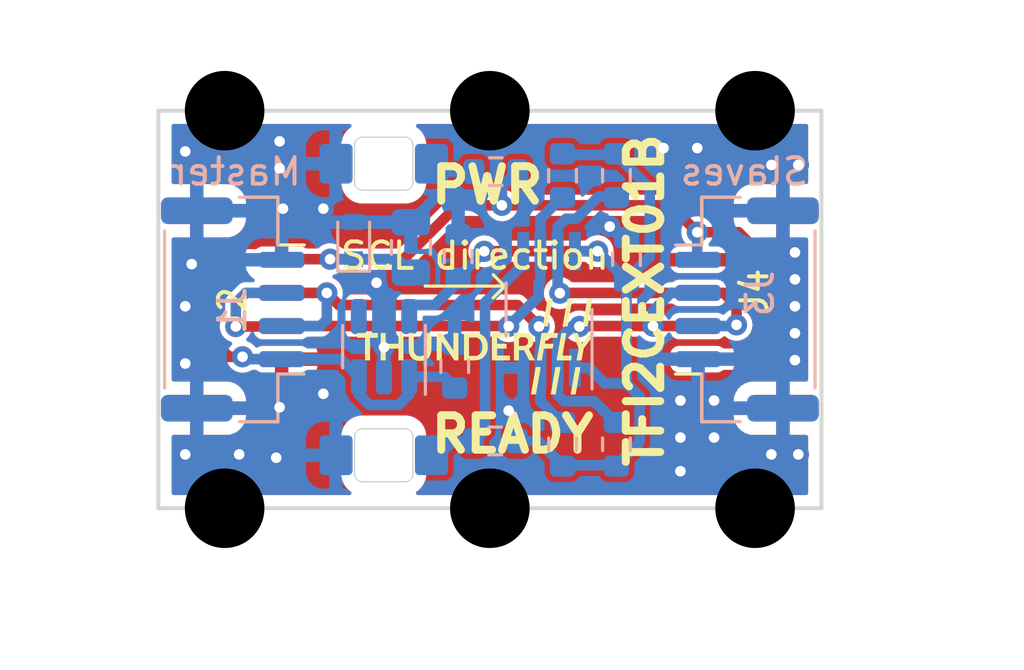
<source format=kicad_pcb>
(kicad_pcb (version 20221018) (generator pcbnew)
  (title_block (title "NAME") (date "%d. %m. %Y") (rev "REV") (company "Mlab www.mlab.cz") (comment 1 "VERSION") (comment 2 "Short description\\nTwo lines are maximum") (comment 3 "nickname <email@example.com>"))
  (layers (0 "F.Cu" jumper) (31 "B.Cu" signal) (34 "B.Paste" user) (35 "F.Paste" user) (36 "B.SilkS" user "B.Silkscreen") (37 "F.SilkS" user "F.Silkscreen") (38 "B.Mask" user) (39 "F.Mask" user) (44 "Edge.Cuts" user))
  (net 0 "")
  (net 1 "GND")
  (net 2 "+3V3")
  (net 3 "+5V")
  (net 4 "Net-(D1-A)")
  (net 5 "Net-(D3-A)")
  (net 6 "/SDAin")
  (net 7 "/SCLin")
  (net 8 "/SCLout")
  (net 9 "/SDAout")
  (footprint "Mlab_Mechanical:dira_3mm" (layer "F.Cu") (at 2.5 0)
    (fp_text reference "M3" hide)
    (fp_text value "HOLE" hide)
    (pad "" np_thru_hole circle (at 0 0) (size 3 3) (drill 3) (layers "*.Mask"))
  )
  (footprint "Mlab_Mechanical:dira_3mm" (layer "F.Cu") (at 2.5 -15)
    (fp_text reference "M4" hide)
    (fp_text value "HOLE" hide)
    (pad "" np_thru_hole circle (at 0 0) (size 3 3) (drill 3) (layers "*.Mask"))
  )
  (footprint "Mlab_Mechanical:dira_3mm" (layer "F.Cu") (at 22.5 -15)
    (fp_text reference "M5" hide)
    (fp_text value "HOLE" hide)
    (pad "" np_thru_hole circle (at 0 0) (size 3 3) (drill 3) (layers "*.Mask"))
  )
  (footprint "MLAB_LOGA:TF 10x4,7" (layer "F.Cu") (at 11.938 -6.096)
    (fp_text reference "G1" hide)
    (fp_text value "LOGO" hide)
  )
  (footprint "Mlab_Mechanical:dira_3mm" (layer "F.Cu") (at 12.5 -15)
    (fp_text reference "M2" hide)
    (fp_text value "HOLE" hide)
    (pad "" np_thru_hole circle (at 0 0) (size 3 3) (drill 3) (layers "*.Mask"))
  )
  (footprint "Mlab_Mechanical:dira_3mm" (layer "F.Cu") (at 22.5 0)
    (fp_text reference "M6" hide)
    (fp_text value "HOLE" hide)
    (pad "" np_thru_hole circle (at 0 0) (size 3 3) (drill 3) (layers "*.Mask"))
  )
  (footprint "Mlab_Mechanical:dira_3mm" (layer "F.Cu") (at 12.5 0)
    (fp_text reference "M1" hide)
    (fp_text value "HOLE" hide)
    (pad "" np_thru_hole circle (at 0 0) (size 3 3) (drill 3) (layers "*.Mask"))
  )
  (footprint "Connector_JST:JST_GH_SM04B-GHS-TB_1x04-1MP_P1.25mm_Horizontal" (layer "F.Cu") (at 2.8 -7.5 -90)
    (fp_text reference "J2" (at 0.007 0.006 90) (layer "F.SilkS"))
    (fp_text value "SM04B-GHS-TB" hide)
    (pad "1" smd roundrect locked (at -1.875 -1.85 270) (size 0.6 1.7) (layers "F.Cu" "F.Paste" "F.Mask") (net 3 "+5V"))
    (pad "2" smd roundrect locked (at -0.625 -1.85 270) (size 0.6 1.7) (layers "F.Cu" "F.Paste" "F.Mask") (net 7 "/SCLin"))
    (pad "3" smd roundrect locked (at 0.625 -1.85 270) (size 0.6 1.7) (layers "F.Cu" "F.Paste" "F.Mask") (net 6 "/SDAin"))
    (pad "4" smd roundrect locked (at 1.875 -1.85 270) (size 0.6 1.7) (layers "F.Cu" "F.Paste" "F.Mask") (net 1 "GND"))
    (pad "MP" smd roundrect locked (at -3.725 1.35 270) (size 1 2.7) (layers "F.Cu" "F.Paste" "F.Mask") (net 1 "GND"))
    (pad "MP" smd roundrect locked (at 3.725 1.35 270) (size 1 2.7) (layers "F.Cu" "F.Paste" "F.Mask") (net 1 "GND"))
  )
  (footprint "Connector_JST:JST_GH_SM04B-GHS-TB_1x04-1MP_P1.25mm_Horizontal" (layer "F.Cu") (at 22.2 -7.5 90)
    (fp_text reference "J4" (at 0.6788 0.279 90) (layer "F.SilkS"))
    (fp_text value "SM04B-GHS-TB" hide)
    (pad "1" smd roundrect (at -1.875 -1.85 90) (size 0.6 1.7) (layers "F.Cu" "F.Paste" "F.Mask") (net 3 "+5V"))
    (pad "2" smd roundrect (at -0.625 -1.85 90) (size 0.6 1.7) (layers "F.Cu" "F.Paste" "F.Mask") (net 8 "/SCLout"))
    (pad "3" smd roundrect (at 0.625 -1.85 90) (size 0.6 1.7) (layers "F.Cu" "F.Paste" "F.Mask") (net 9 "/SDAout"))
    (pad "4" smd roundrect (at 1.875 -1.85 90) (size 0.6 1.7) (layers "F.Cu" "F.Paste" "F.Mask") (net 1 "GND"))
    (pad "MP" smd roundrect (at -3.725 1.35 90) (size 1 2.7) (layers "F.Cu" "F.Paste" "F.Mask") (net 1 "GND"))
    (pad "MP" smd roundrect (at 3.725 1.35 90) (size 1 2.7) (layers "F.Cu" "F.Paste" "F.Mask") (net 1 "GND"))
  )
  (footprint "Resistor_SMD:R_0603_1608Metric" (layer "B.Cu") (at 12.7 -2.54 180)
    (fp_text reference "R4" hide)
    (fp_text value "287R")
    (pad "1" smd roundrect (at -0.825 0 180) (size 0.8 0.95) (layers "B.Cu" "B.Paste" "B.Mask") (net 2 "+3V3"))
    (pad "2" smd roundrect (at 0.825 0 180) (size 0.8 0.95) (layers "B.Cu" "B.Paste" "B.Mask") (net 5 "Net-(D3-A)"))
  )
  (footprint "Package_SO:VSSOP-8_3.0x3.0mm_P0.65mm" (layer "B.Cu") (at 14.732 -7.5 90)
    (fp_text reference "U2" hide)
    (fp_text value "TCA4307" hide)
    (pad "1" smd rect (at -2.2 0.975 180) (size 0.45 1.45) (layers "B.Cu" "B.Paste" "B.Mask") (net 2 "+3V3"))
    (pad "2" smd rect (at -2.2 0.325 180) (size 0.45 1.45) (layers "B.Cu" "B.Paste" "B.Mask") (net 8 "/SCLout"))
    (pad "3" smd rect (at -2.2 -0.325 180) (size 0.45 1.45) (layers "B.Cu" "B.Paste" "B.Mask") (net 7 "/SCLin"))
    (pad "4" smd rect (at -2.2 -0.975 180) (size 0.45 1.45) (layers "B.Cu" "B.Paste" "B.Mask") (net 1 "GND"))
    (pad "5" smd rect (at 2.2 -0.975 180) (size 0.45 1.45) (layers "B.Cu" "B.Paste" "B.Mask") (net 5 "Net-(D3-A)"))
    (pad "6" smd rect (at 2.2 -0.325 180) (size 0.45 1.45) (layers "B.Cu" "B.Paste" "B.Mask") (net 6 "/SDAin"))
    (pad "7" smd rect (at 2.2 0.325 180) (size 0.45 1.45) (layers "B.Cu" "B.Paste" "B.Mask") (net 9 "/SDAout"))
    (pad "8" smd rect (at 2.2 0.975 180) (size 0.45 1.45) (layers "B.Cu" "B.Paste" "B.Mask") (net 2 "+3V3"))
  )
  (footprint "Mlab_D:LED_1206_mill" (layer "B.Cu") (at 8.5 -13 180)
    (fp_text reference "D1" hide)
    (fp_text value "LED GREEN" hide)
    (fp_line (start -1.1 0.7) (end -1.1 -0.7) (stroke (width 0.05)) (layer "Edge.Cuts"))
    (fp_line (start -0.8 -1) (end 0.8 -1) (stroke (width 0.05)) (layer "Edge.Cuts"))
    (fp_line (start 0.8 1) (end -0.8 1) (stroke (width 0.05)) (layer "Edge.Cuts"))
    (fp_line (start 1.1 -0.7) (end 1.1 0.7) (stroke (width 0.05)) (layer "Edge.Cuts"))
    (fp_arc (start -1.1 -0.7) (mid -1.012132 -0.912132) (end -0.8 -1) (stroke (width 0.05)) (layer "Edge.Cuts"))
    (fp_arc (start -0.8 1) (mid -1.012132 0.912132) (end -1.1 0.7) (stroke (width 0.05)) (layer "Edge.Cuts"))
    (fp_arc (start 0.8 -1) (mid 1.012132 -0.912132) (end 1.1 -0.7) (stroke (width 0.05)) (layer "Edge.Cuts"))
    (fp_arc (start 1.1 0.7) (mid 1.012132 0.912132) (end 0.8 1) (stroke (width 0.05)) (layer "Edge.Cuts"))
    (pad "1" smd roundrect (at 1.8 0) (size 1.25 1.5) (layers "B.Cu" "B.Paste" "B.Mask") (roundrect_rratio 0.1333336) (net 1 "GND"))
    (pad "2" smd roundrect (at -1.8 0 180) (size 1.25 1.5) (layers "B.Cu" "B.Paste" "B.Mask") (roundrect_rratio 0.1333336) (net 4 "Net-(D1-A)"))
  )
  (footprint "Resistor_SMD:R_0603_1608Metric" (layer "B.Cu") (at 11.176 -5.3595 90)
    (fp_text reference "C2" hide)
    (fp_text value "100nF")
    (pad "1" smd roundrect (at -0.825 0 90) (size 0.8 0.95) (layers "B.Cu" "B.Paste" "B.Mask") (net 3 "+5V"))
    (pad "2" smd roundrect (at 0.825 0 90) (size 0.8 0.95) (layers "B.Cu" "B.Paste" "B.Mask") (net 1 "GND"))
  )
  (footprint "Diode_SMD:D_SOD-523" (layer "B.Cu") (at 7.366 -10.095 90)
    (fp_text reference "D2" hide)
    (fp_text value "BZX585-B5V6.115" hide)
    (pad "1" smd rect (at -0.7 0 270) (size 0.6 0.7) (layers "B.Cu" "B.Paste" "B.Mask") (net 3 "+5V"))
    (pad "2" smd rect (at 0.7 0 270) (size 0.6 0.7) (layers "B.Cu" "B.Paste" "B.Mask") (net 1 "GND"))
  )
  (footprint "Resistor_SMD:R_0603_1608Metric" (layer "B.Cu") (at 17.272 -2.413 90)
    (fp_text reference "R5" hide)
    (fp_text value "10k")
    (pad "1" smd roundrect (at -0.825 0 90) (size 0.8 0.95) (layers "B.Cu" "B.Paste" "B.Mask") (net 2 "+3V3"))
    (pad "2" smd roundrect (at 0.825 0 90) (size 0.8 0.95) (layers "B.Cu" "B.Paste" "B.Mask") (net 8 "/SCLout"))
  )
  (footprint "Resistor_SMD:R_0603_1608Metric" (layer "B.Cu") (at 11.303 -9.4995 90)
    (fp_text reference "C3" hide)
    (fp_text value "1uF")
    (pad "1" smd roundrect (at -0.825 0 90) (size 0.8 0.95) (layers "B.Cu" "B.Paste" "B.Mask") (net 2 "+3V3"))
    (pad "2" smd roundrect (at 0.825 0 90) (size 0.8 0.95) (layers "B.Cu" "B.Paste" "B.Mask") (net 1 "GND"))
  )
  (footprint "Connector_JST:JST_GH_SM04B-GHS-TB_1x04-1MP_P1.25mm_Horizontal" (layer "B.Cu") (at 2.8 -7.5 90)
    (fp_text reference "J1" (at -0.007 -0.006 90) (layer "B.SilkS") (effects (justify mirror)))
    (fp_text value "SM04B-GHS-TB" hide)
    (pad "1" smd roundrect locked (at -1.875 1.85 90) (size 0.6 1.7) (layers "B.Cu" "B.Paste" "B.Mask") (net 3 "+5V"))
    (pad "2" smd roundrect locked (at -0.625 1.85 90) (size 0.6 1.7) (layers "B.Cu" "B.Paste" "B.Mask") (net 7 "/SCLin"))
    (pad "3" smd roundrect locked (at 0.625 1.85 90) (size 0.6 1.7) (layers "B.Cu" "B.Paste" "B.Mask") (net 6 "/SDAin"))
    (pad "4" smd roundrect locked (at 1.875 1.85 90) (size 0.6 1.7) (layers "B.Cu" "B.Paste" "B.Mask") (net 1 "GND"))
    (pad "MP" smd roundrect locked (at -3.725 -1.35 90) (size 1 2.7) (layers "B.Cu" "B.Paste" "B.Mask") (net 1 "GND"))
    (pad "MP" smd roundrect locked (at 3.725 -1.35 90) (size 1 2.7) (layers "B.Cu" "B.Paste" "B.Mask") (net 1 "GND"))
  )
  (footprint "Package_TO_SOT_SMD:SOT-23-5" (layer "B.Cu") (at 8.509 -6.096 90)
    (fp_text reference "U1" hide)
    (fp_text value "MIC5504-3.3YM5" hide)
    (pad "1" smd roundrect (at -1.1375 0.95 90) (size 1.325 0.6) (layers "B.Cu" "B.Paste" "B.Mask") (net 3 "+5V"))
    (pad "2" smd roundrect (at -1.1375 0 90) (size 1.325 0.6) (layers "B.Cu" "B.Paste" "B.Mask") (net 1 "GND"))
    (pad "3" smd roundrect (at -1.1375 -0.95 90) (size 1.325 0.6) (layers "B.Cu" "B.Paste" "B.Mask") (net 3 "+5V"))
    (pad "4" smd roundrect (at 1.1375 -0.95 90) (size 1.325 0.6) (layers "B.Cu" "B.Paste" "B.Mask"))
    (pad "5" smd roundrect (at 1.1375 0.95 90) (size 1.325 0.6) (layers "B.Cu" "B.Paste" "B.Mask") (net 2 "+3V3"))
  )
  (footprint "Mlab_D:LED_1206_mill" (layer "B.Cu") (at 8.5 -2 180)
    (fp_text reference "D3" hide)
    (fp_text value "LED RED" hide)
    (fp_line (start -1.1 0.7) (end -1.1 -0.7) (stroke (width 0.05)) (layer "Edge.Cuts"))
    (fp_line (start -0.8 -1) (end 0.8 -1) (stroke (width 0.05)) (layer "Edge.Cuts"))
    (fp_line (start 0.8 1) (end -0.8 1) (stroke (width 0.05)) (layer "Edge.Cuts"))
    (fp_line (start 1.1 -0.7) (end 1.1 0.7) (stroke (width 0.05)) (layer "Edge.Cuts"))
    (fp_arc (start -1.1 -0.7) (mid -1.012132 -0.912132) (end -0.8 -1) (stroke (width 0.05)) (layer "Edge.Cuts"))
    (fp_arc (start -0.8 1) (mid -1.012132 0.912132) (end -1.1 0.7) (stroke (width 0.05)) (layer "Edge.Cuts"))
    (fp_arc (start 0.8 -1) (mid 1.012132 -0.912132) (end 1.1 -0.7) (stroke (width 0.05)) (layer "Edge.Cuts"))
    (fp_arc (start 1.1 0.7) (mid 1.012132 0.912132) (end 0.8 1) (stroke (width 0.05)) (layer "Edge.Cuts"))
    (pad "1" smd roundrect (at 1.8 0) (size 1.25 1.5) (layers "B.Cu" "B.Paste" "B.Mask") (roundrect_rratio 0.1333336) (net 1 "GND"))
    (pad "2" smd roundrect (at -1.8 0 180) (size 1.25 1.5) (layers "B.Cu" "B.Paste" "B.Mask") (roundrect_rratio 0.1333336) (net 5 "Net-(D3-A)"))
  )
  (footprint "Resistor_SMD:R_0603_1608Metric" (layer "B.Cu") (at 12.7255 -12.7 180)
    (fp_text reference "R1" hide)
    (fp_text value "130R")
    (pad "1" smd roundrect (at -0.825 0 180) (size 0.8 0.95) (layers "B.Cu" "B.Paste" "B.Mask") (net 3 "+5V"))
    (pad "2" smd roundrect (at 0.825 0 180) (size 0.8 0.95) (layers "B.Cu" "B.Paste" "B.Mask") (net 4 "Net-(D1-A)"))
  )
  (footprint "Resistor_SMD:R_0603_1608Metric" (layer "B.Cu") (at 17.272 -12.5475 -90)
    (fp_text reference "R6" hide)
    (fp_text value "10k")
    (pad "1" smd roundrect (at -0.825 0 270) (size 0.8 0.95) (layers "B.Cu" "B.Paste" "B.Mask") (net 2 "+3V3"))
    (pad "2" smd roundrect (at 0.825 0 270) (size 0.8 0.95) (layers "B.Cu" "B.Paste" "B.Mask") (net 9 "/SDAout"))
  )
  (footprint "Resistor_SMD:R_0603_1608Metric" (layer "B.Cu") (at 15.24 -2.413 90)
    (fp_text reference "R2" hide)
    (fp_text value "10k")
    (pad "1" smd roundrect (at -0.825 0 90) (size 0.8 0.95) (layers "B.Cu" "B.Paste" "B.Mask") (net 2 "+3V3"))
    (pad "2" smd roundrect (at 0.825 0 90) (size 0.8 0.95) (layers "B.Cu" "B.Paste" "B.Mask") (net 7 "/SCLin"))
  )
  (footprint "Resistor_SMD:R_0603_1608Metric" (layer "B.Cu") (at 15.24 -12.5475 -90)
    (fp_text reference "R3" hide)
    (fp_text value "10k")
    (pad "1" smd roundrect (at -0.825 0 270) (size 0.8 0.95) (layers "B.Cu" "B.Paste" "B.Mask") (net 2 "+3V3"))
    (pad "2" smd roundrect (at 0.825 0 270) (size 0.8 0.95) (layers "B.Cu" "B.Paste" "B.Mask") (net 6 "/SDAin"))
  )
  (footprint "Connector_JST:JST_GH_SM04B-GHS-TB_1x04-1MP_P1.25mm_Horizontal" (layer "B.Cu") (at 22.2 -7.5 -90)
    (fp_text reference "J3" (at -0.6026 -0.4822 -90) (layer "B.SilkS") (effects (justify mirror)))
    (fp_text value "SM04B-GHS-TB" hide)
    (pad "1" smd roundrect (at -1.875 1.85 270) (size 0.6 1.7) (layers "B.Cu" "B.Paste" "B.Mask") (net 3 "+5V"))
    (pad "2" smd roundrect (at -0.625 1.85 270) (size 0.6 1.7) (layers "B.Cu" "B.Paste" "B.Mask") (net 8 "/SCLout"))
    (pad "3" smd roundrect (at 0.625 1.85 270) (size 0.6 1.7) (layers "B.Cu" "B.Paste" "B.Mask") (net 9 "/SDAout"))
    (pad "4" smd roundrect (at 1.875 1.85 270) (size 0.6 1.7) (layers "B.Cu" "B.Paste" "B.Mask") (net 1 "GND"))
    (pad "MP" smd roundrect (at -3.725 -1.35 270) (size 1 2.7) (layers "B.Cu" "B.Paste" "B.Mask") (net 1 "GND"))
    (pad "MP" smd roundrect (at 3.725 -1.35 270) (size 1 2.7) (layers "B.Cu" "B.Paste" "B.Mask") (net 1 "GND"))
  )
  (footprint "Capacitor_SMD:C_0805_2012Metric" (layer "B.Cu") (at 9.525 -9.8425 90)
    (fp_text reference "C1" hide)
    (fp_text value "10uF")
    (pad "1" smd roundrect (at -0.95 0 90) (size 1 1.45) (layers "B.Cu" "B.Paste" "B.Mask") (net 3 "+5V"))
    (pad "2" smd roundrect (at 0.95 0 90) (size 1 1.45) (layers "B.Cu" "B.Paste" "B.Mask") (net 1 "GND"))
  )
  (footprint "Resistor_SMD:R_0603_1608Metric" (layer "B.Cu") (at 17.653 -9.398 90)
    (fp_text reference "C4" hide)
    (fp_text value "100nF")
    (pad "1" smd roundrect (at -0.825 0 90) (size 0.8 0.95) (layers "B.Cu" "B.Paste" "B.Mask") (net 2 "+3V3"))
    (pad "2" smd roundrect (at 0.825 0 90) (size 0.8 0.95) (layers "B.Cu" "B.Paste" "B.Mask") (net 1 "GND"))
  )
  (gr_line (start 13.0556 -8.3693) (end 12.6238 -7.9375) (stroke (width 0.12)) (layer "F.SilkS"))
  (gr_line (start 13.0556 -8.382) (end 12.6238 -8.8138) (stroke (width 0.12)) (layer "F.SilkS"))
  (gr_line (start 10.0584 -8.382) (end 13.0556 -8.382) (stroke (width 0.12)) (layer "F.SilkS"))
  (gr_line (start 0 -15) (end 25 -15) (stroke (width 0.15)) (layer "Edge.Cuts"))
  (gr_line locked (start 25 -15) (end 25 0) (stroke (width 0.15)) (layer "Edge.Cuts"))
  (gr_line locked (start 0 -15) (end 0 0) (stroke (width 0.15)) (layer "Edge.Cuts"))
  (gr_line locked (start 0 0) (end 25 0) (stroke (width 0.15)) (layer "Edge.Cuts"))
  (gr_text "Slaves" (at 22.098 -12.7) (layer "B.SilkS") (effects (font (size 1 1)) (justify mirror)))
  (gr_text "Master" (at 2.921 -12.7) (layer "B.SilkS") (effects (font (size 1 1)) (justify mirror)))
  (gr_text "PWR" (at 10.16 -12.192) (layer "F.SilkS") (effects (font (size 1.3 1.3) (thickness 0.3)) (justify left)))
  (gr_text "READY" (at 10.16 -2.794) (layer "F.SilkS") (effects (font (size 1.3 1.3) (thickness 0.3)) (justify left)))
  (gr_text "SCL direction" (at 11.938 -9.525) (layer "F.SilkS") (effects (font (size 1 1))))
  (gr_text "TFI2CEXT01B" (at 18.3388 -7.8486 90) (layer "F.SilkS") (effects (font (size 1.3 1.3) (thickness 0.3))))
  (segment (start 20.35 -9.375) (end 22.121 -9.375) (width 0.3) (layer "F.Cu") (net 1))
  (segment (start 4.699 -11.303) (end 6.223 -11.303) (width 0.4) (layer "F.Cu") (net 1))
  (segment (start 1.256371 -7.860371) (end 1.016 -7.62) (width 0.4) (layer "F.Cu") (net 1))
  (segment (start 1.256371 -9.210907) (end 1.256371 -7.860371) (width 0.4) (layer "F.Cu") (net 1))
  (via (at 23.114 -2.032) (size 0.8) (drill 0.4) (layers "F.Cu" "B.Cu") (net 1))
  (via (at 3.048 -2.032) (size 0.8) (drill 0.4) (layers "F.Cu" "B.Cu") (net 1))
  (via (at 23.114 -12.954) (size 0.8) (drill 0.4) (layers "F.Cu" "B.Cu") (net 1))
  (via (at 20.955 -2.667) (size 0.8) (drill 0.4) (layers "F.Cu" "B.Cu") (net 1))
  (via (at 4.572 -13.843) (size 0.8) (drill 0.4) (layers "F.Cu" "B.Cu") (net 1))
  (via (at 4.445 -1.905) (size 0.8) (drill 0.4) (layers "F.Cu" "B.Cu") (net 1))
  (via (at 6.223 -4.318) (size 0.8) (drill 0.4) (layers "F.Cu" "B.Cu") (net 1))
  (via (at 17.018 -10.6305) (size 0.8) (drill 0.4) (layers "F.Cu" "B.Cu") (net 1))
  (via (at 4.699 -11.303) (size 0.8) (drill 0.4) (layers "F.Cu" "B.Cu") (net 1))
  (via (at 24.003 -6.604) (size 0.8) (drill 0.4) (layers "F.Cu" "B.Cu") (net 1))
  (via (at 19.685 -4.064) (size 0.8) (drill 0.4) (layers "F.Cu" "B.Cu") (net 1))
  (via (at 6.223 -11.303) (size 0.8) (drill 0.4) (layers "F.Cu" "B.Cu") (net 1))
  (via (at 24.003 -9.652) (size 0.8) (drill 0.4) (layers "F.Cu" "B.Cu") (net 1))
  (via (at 8.226998 -8.509) (size 0.8) (drill 0.4) (layers "F.Cu" "B.Cu") (net 1))
  (via (at 1.016 -2.032) (size 0.8) (drill 0.4) (layers "F.Cu" "B.Cu") (net 1))
  (via (at 4.572 -12.827) (size 0.8) (drill 0.4) (layers "F.Cu" "B.Cu") (net 1))
  (via (at 19.685 -1.397) (size 0.8) (drill 0.4) (layers "F.Cu" "B.Cu") (net 1))
  (via (at 4.572 -3.81) (size 0.8) (drill 0.4) (layers "F.Cu" "B.Cu") (net 1))
  (via (at 1.016 -13.462) (size 0.8) (drill 0.4) (layers "F.Cu" "B.Cu") (net 1))
  (via (at 24.003 -5.588) (size 0.8) (drill 0.4) (layers "F.Cu" "B.Cu") (net 1))
  (via (at 20.955 -4.064) (size 0.8) (drill 0.4) (layers "F.Cu" "B.Cu") (net 1))
  (via (at 24.13 -12.954) (size 0.8) (drill 0.4) (layers "F.Cu" "B.Cu") (net 1))
  (via (at 24.13 -2.032) (size 0.8) (drill 0.4) (layers "F.Cu" "B.Cu") (net 1))
  (via (at 1.016 -7.62) (size 0.8) (drill 0.4) (layers "F.Cu" "B.Cu") (net 1))
  (via (at 19.685 -2.667) (size 0.8) (drill 0.4) (layers "F.Cu" "B.Cu") (net 1))
  (via (at 20.32 -13.589) (size 0.8) (drill 0.4) (layers "F.Cu" "B.Cu") (net 1))
  (via (at 19.05 -13.589) (size 0.8) (drill 0.4) (layers "F.Cu" "B.Cu") (net 1))
  (via (at 1.256371 -9.210907) (size 0.8) (drill 0.4) (layers "F.Cu" "B.Cu") (net 1))
  (via (at 1.016 -5.461) (size 0.8) (drill 0.4) (layers "F.Cu" "B.Cu") (net 1))
  (via (at 24.003 -8.636) (size 0.8) (drill 0.4) (layers "F.Cu" "B.Cu") (net 1))
  (via (at 13.208 -3.683) (size 0.8) (drill 0.4) (layers "F.Cu" "B.Cu") (net 1))
  (via (at 8.509 -6.0755) (size 0.8) (drill 0.4) (layers "F.Cu" "B.Cu") (net 1))
  (via (at 24.003 -7.62) (size 0.8) (drill 0.4) (layers "F.Cu" "B.Cu") (net 1))
  (segment (start 8.426989 -8.309009) (end 8.226998 -8.509) (width 0.4) (layer "B.Cu") (net 1))
  (segment (start 17.463 -10.1855) (end 17.018 -10.6305) (width 0.4) (layer "B.Cu") (net 1))
  (segment (start 9.525 -10.795) (end 10.580489 -11.850489) (width 0.4) (layer "B.Cu") (net 1))
  (segment (start 17.653 -10.1855) (end 17.463 -10.1855) (width 0.4) (layer "B.Cu") (net 1))
  (segment (start 13.757 -5.3) (end 13.757 -4.232) (width 0.4) (layer "B.Cu") (net 1))
  (segment (start 8.509 -6.0755) (end 8.426989 -6.157511) (width 0.4) (layer "B.Cu") (net 1))
  (segment (start 11.303 -11.850489) (end 11.303 -10.287) (width 0.4) (layer "B.Cu") (net 1))
  (segment (start 5.715 -3.81) (end 6.223 -4.318) (width 0.4) (layer "B.Cu") (net 1))
  (segment (start 8.426989 -6.157511) (end 8.426989 -8.309009) (width 0.4) (layer "B.Cu") (net 1))
  (segment (start 7.366 -10.795) (end 9.525 -10.795) (width 0.4) (layer "B.Cu") (net 1))
  (segment (start 1.016 -7.62) (end 1.016 -5.461) (width 0.4) (layer "B.Cu") (net 1))
  (segment (start 8.509 -4.9585) (end 8.509 -6.0755) (width 0.4) (layer "B.Cu") (net 1))
  (segment (start 1.45 -9.404536) (end 1.256371 -9.210907) (width 0.4) (layer "B.Cu") (net 1))
  (segment (start 13.757 -4.232) (end 13.208 -3.683) (width 0.4) (layer "B.Cu") (net 1))
  (segment (start 4.572 -3.81) (end 5.715 -3.81) (width 0.4) (layer "B.Cu") (net 1))
  (segment (start 1.45 -11.225) (end 1.45 -9.404536) (width 0.4) (layer "B.Cu") (net 1))
  (segment (start 10.580489 -11.850489) (end 11.303 -11.850489) (width 0.4) (layer "B.Cu") (net 1))
  (segment (start 16.5635 -9.7) (end 12.299475 -9.7) (width 0.4) (layer "F.Cu") (net 2))
  (segment (start 12.299475 -9.7) (end 12.288875 -9.6894) (width 0.4) (layer "F.Cu") (net 2))
  (via (at 16.5635 -9.7) (size 0.8) (drill 0.4) (layers "F.Cu" "B.Cu") (net 2))
  (via (at 12.288875 -9.694) (size 0.8) (drill 0.4) (layers "F.Cu" "B.Cu") (net 2))
  (segment (start 9.571 -7.669) (end 10.421 -7.669) (width 0.4) (layer "B.Cu") (net 2))
  (segment (start 18.14652 -4.21848) (end 17.653 -4.712) (width 0.4) (layer "B.Cu") (net 2))
  (segment (start 11.303 -8.712) (end 12.2804 -9.6894) (width 0.4) (layer "B.Cu") (net 2))
  (segment (start 16.828 -4.712) (end 17.653 -4.712) (width 0.4) (layer "B.Cu") (net 2))
  (segment (start 13.4875 -2.54) (end 14.3255 -2.54) (width 0.4) (layer "B.Cu") (net 2))
  (segment (start 9.459 -7.2335) (end 9.459 -7.557) (width 0.4) (layer "B.Cu") (net 2))
  (segment (start 17.653 -4.712) (end 17.653 -6.35) (width 0.4) (layer "B.Cu") (net 2))
  (segment (start 15.24 -1.6255) (end 17.272 -1.6255) (width 0.4) (layer "B.Cu") (net 2))
  (segment (start 11.303 -8.712) (end 11.303 -8.551) (width 0.4) (layer "B.Cu") (net 2))
  (segment (start 16.24 -5.3) (end 16.828 -4.712) (width 0.4) (layer "B.Cu") (net 2))
  (segment (start 15.707 -9.7) (end 16.5635 -9.7) (width 0.4) (layer "B.Cu") (net 2))
  (segment (start 15.707 -5.3) (end 16.24 -5.3) (width 0.4) (layer "B.Cu") (net 2))
  (segment (start 11.303 -8.551) (end 10.421 -7.669) (width 0.4) (layer "B.Cu") (net 2))
  (segment (start 12.2804 -9.6894) (end 12.288875 -9.6894) (width 0.4) (layer "B.Cu") (net 2))
  (segment (start 16.129 -13.335) (end 17.272 -13.335) (width 0.4) (layer "B.Cu") (net 2))
  (segment (start 9.459 -6.8525) (end 9.459 -6.882) (width 0.4) (layer "B.Cu") (net 2))
  (segment (start 16.5635 -9.7) (end 17.653 -8.6105) (width 0.4) (layer "B.Cu") (net 2))
  (segment (start 17.272 -1.6255) (end 18.14652 -2.50002) (width 0.4) (layer "B.Cu") (net 2))
  (segment (start 9.459 -7.557) (end 9.571 -7.669) (width 0.4) (layer "B.Cu") (net 2))
  (segment (start 18.52752 -9.48502) (end 18.52752 -12.07948) (width 0.4) (layer "B.Cu") (net 2))
  (segment (start 17.653 -6.35) (end 17.653 -8.6105) (width 0.4) (layer "B.Cu") (net 2))
  (segment (start 18.14652 -2.50002) (end 18.14652 -4.21848) (width 0.4) (layer "B.Cu") (net 2))
  (segment (start 17.653 -8.6105) (end 18.52752 -9.48502) (width 0.4) (layer "B.Cu") (net 2))
  (segment (start 15.24 -13.335) (end 17.272 -13.335) (width 0.4) (layer "B.Cu") (net 2))
  (segment (start 18.52752 -12.07948) (end 17.272 -13.335) (width 0.4) (layer "B.Cu") (net 2))
  (segment (start 14.3255 -2.54) (end 15.24 -1.6255) (width 0.4) (layer "B.Cu") (net 2))
  (segment (start 19.304 -11.43) (end 20.32 -10.414) (width 0.4) (layer "F.Cu") (net 3))
  (segment (start 2.032 -6.35) (end 2.667 -5.715) (width 0.4) (layer "F.Cu") (net 3))
  (segment (start 2.032 -8.233) (end 2.032 -6.35) (width 0.4) (layer "F.Cu") (net 3))
  (segment (start 21.876 -10.414) (end 23.114 -9.176) (width 0.4) (layer "F.Cu") (net 3))
  (segment (start 4.65 -9.375) (end 3.174 -9.375) (width 0.4) (layer "F.Cu") (net 3))
  (segment (start 22.389 -5.625) (end 20.35 -5.625) (width 0.4) (layer "F.Cu") (net 3))
  (segment (start 11.282 -11.43) (end 9.25 -9.398) (width 0.4) (layer "F.Cu") (net 3))
  (segment (start 3.174 -9.375) (end 2.032 -8.233) (width 0.4) (layer "F.Cu") (net 3))
  (segment (start 12.954 -11.43) (end 19.304 -11.43) (width 0.4) (layer "F.Cu") (net 3))
  (segment (start 23.114 -9.176) (end 23.114 -6.35) (width 0.4) (layer "F.Cu") (net 3))
  (segment (start 20.32 -10.414) (end 21.876 -10.414) (width 0.4) (layer "F.Cu") (net 3))
  (segment (start 6.477 -9.398) (end 4.673 -9.398) (width 0.4) (layer "F.Cu") (net 3))
  (segment (start 23.114 -6.35) (end 22.389 -5.625) (width 0.4) (layer "F.Cu") (net 3))
  (segment (start 2.667 -5.715) (end 3.175 -5.715) (width 0.4) (layer "F.Cu") (net 3))
  (segment (start 12.954 -11.43) (end 11.282 -11.43) (width 0.4) (layer "F.Cu") (net 3))
  (segment (start 4.673 -9.398) (end 4.65 -9.375) (width 0.4) (layer "F.Cu") (net 3))
  (segment (start 9.25 -9.398) (end 6.477 -9.398) (width 0.4) (layer "F.Cu") (net 3))
  (via (at 6.477 -9.398) (size 0.8) (drill 0.4) (layers "F.Cu" "B.Cu") (net 3))
  (via (at 12.954 -11.43) (size 0.8) (drill 0.4) (layers "F.Cu" "B.Cu") (net 3))
  (via (at 20.32 -10.414) (size 0.8) (drill 0.4) (layers "F.Cu" "B.Cu") (net 3))
  (via (at 3.175 -5.715) (size 0.8) (drill 0.4) (layers "F.Cu" "B.Cu") (net 3))
  (segment (start 10.7895 -4.9585) (end 11.176 -4.572) (width 0.4) (layer "B.Cu") (net 3))
  (segment (start 9.05948 -3.89648) (end 9.459 -4.296) (width 0.4) (layer "B.Cu") (net 3))
  (segment (start 3.265 -5.625) (end 3.175 -5.715) (width 0.4) (layer "B.Cu") (net 3))
  (segment (start 9.459 -4.9585) (end 10.7895 -4.9585) (width 0.4) (layer "B.Cu") (net 3))
  (segment (start 20.32 -10.414) (end 20.32 -9.405) (width 0.4) (layer "B.Cu") (net 3))
  (segment (start 9.459 -4.296) (end 9.459 -4.9585) (width 0.4) (layer "B.Cu") (net 3))
  (segment (start 7.366 -9.395) (end 6.48 -9.395) (width 0.4) (layer "B.Cu") (net 3))
  (segment (start 12.954 -11.43) (end 12.954 -12.141) (width 0.4) (layer "B.Cu") (net 3))
  (segment (start 4.65 -5.625) (end 3.265 -5.625) (width 0.4) (layer "B.Cu") (net 3))
  (segment (start 6.48 -9.395) (end 6.477 -9.398) (width 0.4) (layer "B.Cu") (net 3))
  (segment (start 7.559 -4.9585) (end 7.559 -4.296) (width 0.4) (layer "B.Cu") (net 3))
  (segment (start 12.954 -12.141) (end 13.513 -12.7) (width 0.4) (layer "B.Cu") (net 3))
  (segment (start 9.02 -9.395) (end 9.525 -8.89) (width 0.4) (layer "B.Cu") (net 3))
  (segment (start 7.366 -9.395) (end 9.02 -9.395) (width 0.4) (layer "B.Cu") (net 3))
  (segment (start 6.8925 -5.625) (end 7.559 -4.9585) (width 0.4) (layer "B.Cu") (net 3))
  (segment (start 4.65 -5.625) (end 4.66452 -5.63952) (width 0.4) (layer "B.Cu") (net 3))
  (segment (start 7.559 -4.296) (end 7.95852 -3.89648) (width 0.4) (layer "B.Cu") (net 3))
  (segment (start 20.32 -9.405) (end 20.35 -9.375) (width 0.4) (layer "B.Cu") (net 3))
  (segment (start 7.95852 -3.89648) (end 9.05948 -3.89648) (width 0.4) (layer "B.Cu") (net 3))
  (segment (start 4.65 -5.625) (end 6.8925 -5.625) (width 0.4) (layer "B.Cu") (net 3))
  (segment (start 11.938 -12.7) (end 10.875 -12.7) (width 0.4) (layer "B.Cu") (net 4))
  (segment (start 10.875 -12.7) (end 10.575 -13) (width 0.4) (layer "B.Cu") (net 4))
  (segment (start 10.84 -2.54) (end 10.3 -2) (width 0.25) (layer "B.Cu") (net 5))
  (segment (start 12.319 -2.9465) (end 11.9125 -2.54) (width 0.4) (layer "B.Cu") (net 5))
  (segment (start 12.319 -7.762) (end 12.319 -2.9465) (width 0.4) (layer "B.Cu") (net 5))
  (segment (start 11.9125 -2.54) (end 11.115 -2.54) (width 0.4) (layer "B.Cu") (net 5))
  (segment (start 13.757 -9.2) (end 12.319 -7.762) (width 0.4) (layer "B.Cu") (net 5))
  (segment (start 11.875 -2.54) (end 10.84 -2.54) (width 0.25) (layer "B.Cu") (net 5))
  (segment (start 11.115 -2.54) (end 10.575 -2) (width 0.4) (layer "B.Cu") (net 5))
  (segment (start 13.757 -9.7) (end 13.757 -9.2) (width 0.4) (layer "B.Cu") (net 5))
  (segment (start 13.210557 -6.867778) (end 13.203335 -6.875) (width 0.4) (layer "F.Cu") (net 6))
  (segment (start 4.633 -6.858) (end 4.65 -6.875) (width 0.4) (layer "F.Cu") (net 6))
  (segment (start 2.921 -6.858) (end 4.633 -6.858) (width 0.4) (layer "F.Cu") (net 6))
  (segment (start 13.203335 -6.875) (end 4.65 -6.875) (width 0.4) (layer "F.Cu") (net 6))
  (via (at 2.921 -6.858) (size 0.8) (drill 0.4) (layers "F.Cu" "B.Cu") (net 6))
  (via (at 13.210557 -6.867778) (size 0.8) (drill 0.4) (layers "F.Cu" "B.Cu") (net 6))
  (segment (start 4.65 -8.125) (end 3.299 -8.125) (width 0.4) (layer "B.Cu") (net 6))
  (segment (start 14.339528 -7.996749) (end 14.339528 -8.500332) (width 0.4) (layer "B.Cu") (net 6))
  (segment (start 2.921 -7.747) (end 2.921 -6.858) (width 0.4) (layer "B.Cu") (net 6))
  (segment (start 15.24 -11.76) (end 14.407 -10.927) (width 0.4) (layer "B.Cu") (net 6))
  (segment (start 14.407 -10.927) (end 14.407 -9.7) (width 0.4) (layer "B.Cu") (net 6))
  (segment (start 13.210557 -6.867778) (end 14.339528 -7.996749) (width 0.4) (layer "B.Cu") (net 6))
  (segment (start 14.407 -8.567804) (end 14.407 -9.7) (width 0.4) (layer "B.Cu") (net 6))
  (segment (start 14.339528 -8.500332) (end 14.407 -8.567804) (width 0.4) (layer "B.Cu") (net 6))
  (segment (start 3.299 -8.125) (end 2.921 -7.747) (width 0.4) (layer "B.Cu") (net 6))
  (segment (start 4.65 -8.125) (end 6.353 -8.125) (width 0.4) (layer "F.Cu") (net 7))
  (segment (start 13.541711 -7.667289) (end 14.351 -6.858) (width 0.4) (layer "F.Cu") (net 7))
  (segment (start 6.810711 -7.667289) (end 13.541711 -7.667289) (width 0.4) (layer "F.Cu") (net 7))
  (segment (start 6.353 -8.125) (end 6.810711 -7.667289) (width 0.4) (layer "F.Cu") (net 7))
  (via (at 6.353 -8.125) (size 0.8) (drill 0.4) (layers "F.Cu" "B.Cu") (net 7))
  (via (at 14.351 -6.858) (size 0.8) (drill 0.4) (layers "F.Cu" "B.Cu") (net 7))
  (segment (start 6.113 -6.875) (end 6.353 -7.115) (width 0.4) (layer "B.Cu") (net 7))
  (segment (start 14.407 -6.802) (end 14.407 -5.3) (width 0.4) (layer "B.Cu") (net 7))
  (segment (start 14.351 -6.858) (end 14.407 -6.802) (width 0.4) (layer "B.Cu") (net 7))
  (segment (start 14.407 -5.3) (end 14.407 -4.0335) (width 0.4) (layer "B.Cu") (net 7))
  (segment (start 14.407 -4.0335) (end 15.24 -3.2005) (width 0.4) (layer "B.Cu") (net 7))
  (segment (start 4.65 -6.875) (end 6.113 -6.875) (width 0.4) (layer "B.Cu") (net 7))
  (segment (start 6.353 -7.115) (end 6.353 -8.125) (width 0.4) (layer "B.Cu") (net 7))
  (segment (start 15.875 -6.858) (end 15.892 -6.875) (width 0.4) (layer "F.Cu") (net 8))
  (segment (start 20.35 -6.875) (end 18.652 -6.875) (width 0.4) (layer "F.Cu") (net 8))
  (segment (start 15.892 -6.875) (end 18.652 -6.875) (width 0.4) (layer "F.Cu") (net 8))
  (via (at 15.875 -6.858) (size 0.8) (drill 0.4) (layers "F.Cu" "B.Cu") (net 8))
  (via (at 18.652 -6.875) (size 0.8) (drill 0.4) (layers "F.Cu" "B.Cu") (net 8))
  (segment (start 15.057 -4.28088) (end 15.30036 -4.03752) (width 0.4) (layer "B.Cu") (net 8))
  (segment (start 16.43498 -4.03752) (end 17.272 -3.2005) (width 0.4) (layer "B.Cu") (net 8))
  (segment (start 15.057 -5.3) (end 15.057 -4.28088) (width 0.4) (layer "B.Cu") (net 8))
  (segment (start 18.652 -7.45) (end 18.652 -6.875) (width 0.4) (layer "B.Cu") (net 8))
  (segment (start 15.057 -6.31912) (end 15.057 -5.3) (width 0.4) (layer "B.Cu") (net 8))
  (segment (start 15.30036 -4.03752) (end 16.43498 -4.03752) (width 0.4) (layer "B.Cu") (net 8))
  (segment (start 15.875 -6.858) (end 15.59588 -6.858) (width 0.4) (layer "B.Cu") (net 8))
  (segment (start 15.59588 -6.858) (end 15.057 -6.31912) (width 0.4) (layer "B.Cu") (net 8))
  (segment (start 20.35 -8.125) (end 19.327 -8.125) (width 0.4) (layer "B.Cu") (net 8))
  (segment (start 19.327 -8.125) (end 18.652 -7.45) (width 0.4) (layer "B.Cu") (net 8))
  (segment (start 20.35 -8.125) (end 15.147473 -8.125) (width 0.4) (layer "F.Cu") (net 9))
  (segment (start 21.7995 -7.6405) (end 21.315 -8.125) (width 0.4) (layer "F.Cu") (net 9))
  (segment (start 21.7995 -6.919798) (end 21.7995 -7.6405) (width 0.4) (layer "F.Cu") (net 9))
  (segment (start 15.147473 -8.125) (end 15.139039 -8.116566) (width 0.4) (layer "F.Cu") (net 9))
  (segment (start 21.315 -8.125) (end 20.35 -8.125) (width 0.4) (layer "F.Cu") (net 9))
  (via (at 15.139039 -8.116566) (size 0.8) (drill 0.4) (layers "F.Cu" "B.Cu") (net 9))
  (via (at 21.7995 -6.919798) (size 0.8) (drill 0.4) (layers "F.Cu" "B.Cu") (net 9))
  (segment (start 15.139039 -8.116566) (end 15.057 -8.198605) (width 0.4) (layer "B.Cu") (net 9))
  (segment (start 21.7995 -6.919798) (end 21.754702 -6.875) (width 0.4) (layer "B.Cu") (net 9))
  (segment (start 15.057 -8.198605) (end 15.057 -9.7) (width 0.4) (layer "B.Cu") (net 9))
  (segment (start 21.754702 -6.875) (end 20.35 -6.875) (width 0.4) (layer "B.Cu") (net 9))
  (segment (start 15.057 -9.7) (end 15.057 -10.612) (width 0.4) (layer "B.Cu") (net 9))
  (segment (start 15.36798 -10.92298) (end 15.759416 -10.92298) (width 0.4) (layer "B.Cu") (net 9))
  (segment (start 15.057 -10.612) (end 15.36798 -10.92298) (width 0.4) (layer "B.Cu") (net 9))
  (segment (start 16.596436 -11.76) (end 17.272 -11.76) (width 0.4) (layer "B.Cu") (net 9))
  (segment (start 15.759416 -10.92298) (end 16.596436 -11.76) (width 0.4) (layer "B.Cu") (net 9))
  (zone (net 1) (net_name "GND") (layer "F.Cu") (connect_pads (clearance 0.2)) (min_thickness 0.15) (fill yes (thermal_gap 0.508) (thermal_bridge_width 0.508))
    (polygon (pts (xy 30.734 -18.415) (xy 32.639 6.096) (xy -5.969 4.318) (xy -4.826 -19.177)))
  )
  (zone (net 1) (net_name "GND") (layer "B.Cu") (connect_pads (clearance 0.2)) (min_thickness 0.15) (fill yes (thermal_gap 0.508) (thermal_bridge_width 0.508))
    (polygon (pts (xy 29.21 2.413) (xy -2.667 2.413) (xy -3.048 -17.526) (xy 28.702 -17.526)))
  )
)
</source>
